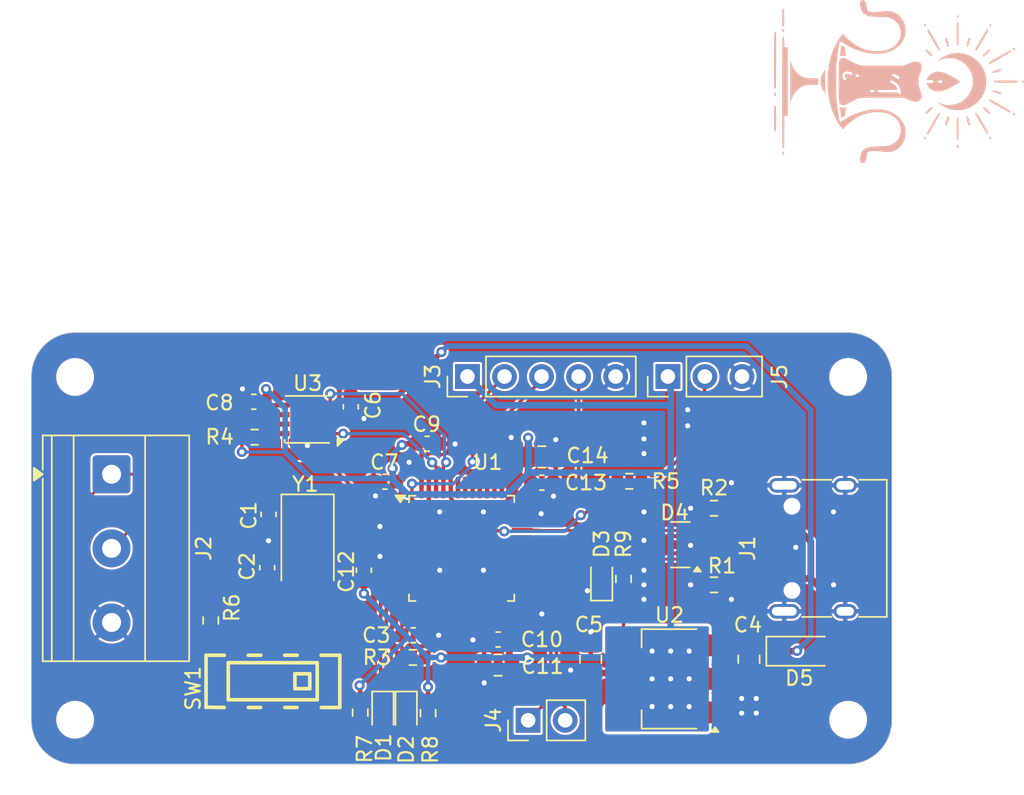
<source format=kicad_pcb>
(kicad_pcb (version 20241229) (generator "pcbnew") (generator_version "9.0")
  (title_block (title "candleLight") (date "2025-10-05") (rev "V2"))
  (layers (0 "F.Cu" signal) (2 "B.Cu" signal) (13 "F.Paste" user) (15 "B.Paste" user) (5 "F.SilkS" user "F.Silkscreen") (7 "B.SilkS" user "B.Silkscreen") (1 "F.Mask" user) (3 "B.Mask" user) (25 "Edge.Cuts" user))
  (net 0 "")
  (net 1 "GND")
  (net 2 "Net-(U1-PF0)")
  (net 3 "Net-(U1-PF1)")
  (net 4 "+3V3")
  (net 5 "+5V")
  (net 6 "Net-(D1-A)")
  (net 7 "Net-(D2-A)")
  (net 8 "Net-(D3-A)")
  (net 9 "BO0")
  (net 10 "Net-(R6-Pad1)")
  (net 28 "Net-(J1-CC1)")
  (net 30 "USB_DP")
  (net 31 "USB_DN")
  (net 33 "Net-(J1-CC2)")
  (net 34 "NRST")
  (net 35 "SWCLK")
  (net 36 "SWDIO")
  (net 37 "CAN_DP")
  (net 38 "CAN_DN")
  (net 39 "CAN_RX")
  (net 40 "CAN_TX")
  (net 41 "LED1")
  (net 42 "LED2")
  (net 43 "CAN_S")
  (net 54 "USART1_RX")
  (net 55 "USART1_TX")
  (net 57 "VBUS")
  (net 58 "Net-(U1-BOOT0)")
  (footprint "Capacitor_SMD:C_0805_2012Metric" (layer "F.Cu") (at 146 83.5 180)
    (property "Reference" "C11")
    (property "Value" "10uF")
  )
  (footprint "MountingHole:MountingHole_2.1mm" (layer "F.Cu") (at 170 87.25)
    (property "Reference" "H3" (hide yes))
    (property "Value" "MountingHole")
  )
  (footprint "Capacitor_SMD:C_0603_1608Metric" (layer "F.Cu") (at 146.005 81.75 180)
    (property "Reference" "C10")
    (property "Value" "100nF")
  )
  (footprint "Capacitor_SMD:C_0603_1608Metric" (layer "F.Cu") (at 149.005 71)
    (property "Reference" "C13")
    (property "Value" "100nF")
  )
  (footprint "MountingHole:MountingHole_2.1mm" (layer "F.Cu") (at 117 87.25)
    (property "Reference" "H4" (hide yes))
    (property "Value" "MountingHole")
  )
  (footprint "Resistor_SMD:R_0603_1608Metric" (layer "F.Cu") (at 141.2 86.8 90)
    (property "Reference" "R8")
    (property "Value" "1K")
  )
  (footprint "Capacitor_SMD:C_0805_2012Metric" (layer "F.Cu") (at 149 69.23)
    (property "Reference" "C14")
    (property "Value" "10uF")
  )
  (footprint "Resistor_SMD:R_0603_1608Metric" (layer "F.Cu") (at 129.31 67.88)
    (property "Reference" "R4")
    (property "Value" "10K")
  )
  (footprint "stm32world:USB_C_Receptacle_HRO_TYPE-C-31-M-12" (layer "F.Cu") (at 168.75 75.5 90)
    (property "Reference" "J1")
    (property "Value" "USB_C_Receptacle_USB2.0")
  )
  (footprint "Package_TO_SOT_SMD:SOT-223-3_TabPin2" (layer "F.Cu") (at 157.75 84.45 180)
    (property "Reference" "U2")
    (property "Value" "AMS1117-3.3")
  )
  (footprint "MountingHole:MountingHole_2.1mm" (layer "F.Cu") (at 170 63.75)
    (property "Reference" "H2" (hide yes))
    (property "Value" "MountingHole")
  )
  (footprint "Capacitor_SMD:C_0603_1608Metric" (layer "F.Cu") (at 136.8 77 90)
    (property "Reference" "C12")
    (property "Value" "100nF")
  )
  (footprint "Capacitor_SMD:C_0603_1608Metric" (layer "F.Cu") (at 130.17 76.825 -90)
    (property "Reference" "C2")
    (property "Value" "20pF")
  )
  (footprint "Capacitor_SMD:C_0603_1608Metric" (layer "F.Cu") (at 141.14 68.33)
    (property "Reference" "C9")
    (property "Value" "100nF")
  )
  (footprint "Resistor_SMD:R_0603_1608Metric" (layer "F.Cu") (at 154.6 77.6 -90)
    (property "Reference" "R9")
    (property "Value" "1K")
  )
  (footprint "Resistor_SMD:R_0603_1608Metric" (layer "F.Cu") (at 136.55 86.7625 90)
    (property "Reference" "R7")
    (property "Value" "1K")
  )
  (footprint "Capacitor_SMD:C_0805_2012Metric" (layer "F.Cu") (at 152.35 83.1 90)
    (property "Reference" "C5")
    (property "Value" "C_10UF_0805")
  )
  (footprint "woldhack:SW-SMD_MST22D18G2" (layer "F.Cu") (at 130.55 84.61 180)
    (property "Reference" "SW1")
    (property "Value" "MST22D18G2 125")
  )
  (footprint "Capacitor_SMD:C_0603_1608Metric" (layer "F.Cu") (at 135.9 65.8 -90)
    (property "Reference" "C6")
    (property "Value" "100nF")
  )
  (footprint "Package_QFP:LQFP-48_7x7mm_P0.5mm" (layer "F.Cu") (at 143.5 75.5)
    (property "Reference" "U1")
    (property "Value" "STM32F072C8Tx")
  )
  (footprint "TerminalBlock_Phoenix:TerminalBlock_Phoenix_MKDS-1,5-3-5.08_1x03_P5.08mm_Horizontal" (layer "F.Cu") (at 119.5 70.42 -90)
    (property "Reference" "J2")
    (property "Value" "Conn_Phoenix")
  )
  (footprint "Resistor_SMD:R_0603_1608Metric" (layer "F.Cu") (at 160.8 72.75 180)
    (property "Reference" "R2")
    (property "Value" "5k1")
  )
  (footprint "Package_TO_SOT_SMD:SOT-23" (layer "F.Cu") (at 158.5 75.25 180)
    (property "Reference" "D4")
    (property "Value" "PSM712")
  )
  (footprint "Capacitor_SMD:C_0603_1608Metric" (layer "F.Cu") (at 130.265 73.175 90)
    (property "Reference" "C1")
    (property "Value" "20pF")
  )
  (footprint "Capacitor_SMD:C_0603_1608Metric" (layer "F.Cu") (at 140.18 81.46)
    (property "Reference" "C3")
    (property "Value" "100nF")
  )
  (footprint "Capacitor_SMD:C_0603_1608Metric" (layer "F.Cu") (at 129.25 65.45 180)
    (property "Reference" "C8")
    (property "Value" "100nF")
  )
  (footprint "Connector_PinHeader_2.54mm:PinHeader_1x02_P2.54mm_Vertical" (layer "F.Cu") (at 148.06 87.29 90)
    (property "Reference" "J4")
    (property "Value" "Conn_USART1")
  )
  (footprint "Connector_PinHeader_2.54mm:PinHeader_1x03_P2.54mm_Vertical" (layer "F.Cu") (at 157.64 63.72 90)
    (property "Reference" "J5")
    (property "Value" "Conn_BOOT0")
  )
  (footprint "LED_SMD:LED_0603_1608Metric" (layer "F.Cu") (at 153.1 77.6 90)
    (property "Reference" "D3")
    (property "Value" "LED")
  )
  (footprint "Resistor_SMD:R_0603_1608Metric" (layer "F.Cu") (at 140.16 82.98 180)
    (property "Reference" "R3")
    (property "Value" "10K")
  )
  (footprint "Diode_SMD:D_SOD-123" (layer "F.Cu") (at 166.75 82.55)
    (property "Reference" "D5")
    (property "Value" "~")
  )
  (footprint "Resistor_SMD:R_0603_1608Metric" (layer "F.Cu") (at 126.3 80.45 90)
    (property "Reference" "R6")
    (property "Value" "120")
  )
  (footprint "Connector_PinHeader_2.54mm:PinHeader_1x05_P2.54mm_Vertical" (layer "F.Cu") (at 143.9 63.72 90)
    (property "Reference" "J3")
    (property "Value" "Conn_SWD")
  )
  (footprint "MountingHole:MountingHole_2.1mm" (layer "F.Cu") (at 117 63.75)
    (property "Reference" "H1" (hide yes))
    (property "Value" "MountingHole")
  )
  (footprint "LED_SMD:LED_0603_1608Metric" (layer "F.Cu") (at 138.1 86.8 -90)
    (property "Reference" "D1")
    (property "Value" "LED")
  )
  (footprint "Resistor_SMD:R_0603_1608Metric" (layer "F.Cu") (at 160.8 78)
    (property "Reference" "R1")
    (property "Value" "5k1")
  )
  (footprint "Resistor_SMD:R_0603_1608Metric" (layer "F.Cu") (at 155 70.9 180)
    (property "Reference" "R5")
    (property "Value" "10K")
  )
  (footprint "Package_DFN_QFN:DFN-8-1EP_3x3mm_P0.65mm_EP1.55x2.4mm" (layer "F.Cu") (at 132.9275 66.66 180)
    (property "Reference" "U3")
    (property "Value" "TJA1051TK-3")
  )
  (footprint "Capacitor_SMD:C_0805_2012Metric" (layer "F.Cu") (at 163.2 83.1 -90)
    (property "Reference" "C4")
    (property "Value" "C_10UF_0805")
  )
  (footprint "Crystal:Crystal_SMD_Abracon_ABM3-2Pin_5.0x3.2mm" (layer "F.Cu") (at 132.94 75 -90)
    (property "Reference" "Y1")
    (property "Value" "8MHz")
  )
  (footprint "LED_SMD:LED_0603_1608Metric" (layer "F.Cu") (at 139.7 86.8 -90)
    (property "Reference" "D2")
    (property "Value" "LED")
  )
  (footprint "Capacitor_SMD:C_0603_1608Metric" (layer "F.Cu") (at 138.24 70.93 180)
    (property "Reference" "C7")
    (property "Value" "100nF")
  )
  (footprint "LOGO" (layer "B.Cu") (at 173.5 43.5 90)
    (property "Reference" "G***" (hide yes))
    (property "Value" "LOGO" (hide yes))
  )
  (gr_arc (start 170 60.7) (mid 172.12132 61.57868) (end 173 63.7) (stroke (width 0.05)) (layer "Edge.Cuts"))
  (gr_arc (start 114 63.7) (mid 114.87868 61.57868) (end 117 60.7) (stroke (width 0.05)) (layer "Edge.Cuts"))
  (gr_line (start 117 90.3) (end 170 90.3) (stroke (width 0.05)) (layer "Edge.Cuts"))
  (gr_line (start 114 87.3) (end 114 63.7) (stroke (width 0.05)) (layer "Edge.Cuts"))
  (gr_line (start 173 87.3) (end 173 63.7) (stroke (width 0.05)) (layer "Edge.Cuts"))
  (gr_line (start 117 60.7) (end 170 60.7) (stroke (width 0.05)) (layer "Edge.Cuts"))
  (gr_arc (start 173 87.3) (mid 172.12132 89.42132) (end 170 90.3) (stroke (width 0.05)) (layer "Edge.Cuts"))
  (gr_arc (start 117 90.3) (mid 114.87868 89.42132) (end 114 87.3) (stroke (width 0.05)) (layer "Edge.Cuts"))
  (segment (start 135.1073 66.985) (end 135.5173 66.575) (width 0.3048) (layer "F.Cu") (net 1))
  (segment (start 134.4775 66.985) (end 134.5083 66.9542) (width 0.3048) (layer "F.Cu") (net 1))
  (segment (start 138.1 76.25) (end 137.9 76.05) (width 0.3048) (layer "F.Cu") (net 1))
  (segment (start 134.4775 66.985) (end 135.1073 66.985) (width 0.3048) (layer "F.Cu") (net 1))
  (segment (start 148.825 73.25) (end 148.95 73.125) (width 0.3048) (layer "F.Cu") (net 1))
  (segment (start 133.2525 66.985) (end 132.9275 66.66) (width 0.3048) (layer "F.Cu") (net 1))
  (segment (start 147.6625 73.25) (end 148.825 73.25) (width 0.3048) (layer "F.Cu") (net 1))
  (segment (start 139.3375 76.25) (end 138.1 76.25) (width 0.3048) (layer "F.Cu") (net 1))
  (segment (start 135.5173 66.575) (end 135.9 66.575) (width 0.3048) (layer "F.Cu") (net 1))
  (segment (start 134.4775 66.985) (end 133.2525 66.985) (width 0.3048) (layer "F.Cu") (net 1))
  (via (at 169 78) (size 0.7) (drill 0.35) (layers "F.Cu" "B.Cu") (net 1))
  (via (at 159.2 72.75) (size 0.7) (drill 0.35) (layers "F.Cu" "B.Cu") (net 1))
  (via (at 152.35 81.225) (size 0.7) (drill 0.35) (layers "F.Cu" "B.Cu") (net 1))
  (via (at 156 73) (size 0.7) (drill 0.35) (layers "F.Cu" "B.Cu") (net 1))
  (via (at 156 74.95) (size 0.7) (drill 0.35) (layers "F.Cu" "B.Cu") (net 1))
  (via (at 163.7 85.8) (size 0.7) (drill 0.35) (layers "F.Cu" "B.Cu") (net 1))
  (via (at 162.7 85.8) (size 0.7) (drill 0.35) (layers "F.Cu" "B.Cu") (net 1))
  (via (at 162 79) (size 0.7) (drill 0.35) (layers "F.Cu" "B.Cu") (net 1))
  (via (at 139.9 69.6) (size 0.7) (drill 0.35) (layers "F.Cu" "B.Cu") (net 1))
  (via (at 156 78) (size 0.7) (drill 0.35) (layers "F.Cu" "B.Cu") (net 1))
  (via (at 137.6 71.9) (size 0.7) (drill 0.35) (layers "F.Cu" "B.Cu") (net 1))
  (via (at 156 79) (size 0.7) (drill 0.35) (layers "F.Cu" "B.Cu") (net 1))
  (via (at 145 77) (size 0.7) (drill 0.35) (layers "F.Cu" "B.Cu") (net 1))
  (via (at 141.925 81.46) (size 0.7) (drill 0.35) (layers "F.Cu" "B.Cu") (net 1))
  (via (at 132.925 68.45) (size 0.7) (drill 0.35) (layers "F.Cu" "B.Cu") (net 1))
  (via (at 159 67.1) (size 0.7) (drill 0.35) (layers "F.Cu" "B.Cu") (net 1))
  (via (at 137.9 76.05) (size 0.7) (drill 0.35) (layers "F.Cu" "B.Cu") (net 1))
  (via (at 152.125 78.4) (size 0.7) (drill 0.35) (layers "F.Cu" "B.Cu") (net 1))
  (via (at 144.275 81.775) (size 0.7) (drill 0.35) (layers "F.Cu" "B.Cu") (net 1))
  (via (at 142 77) (size 0.7) (drill 0.35) (layers "F.Cu" "B.Cu") (net 1))
  (via (at 156 66.9) (size 0.7) (drill 0.35) (layers "F.Cu" "B.Cu") (net 1))
  (via (at 146.9 67.9) (size 0.7) (drill 0.35) (layers "F.Cu" "B.Cu") (net 1))
  (via (at 128.48 64.57) (size 0.7) (drill 0.35) (layers "F.Cu" "B.Cu") (net 1))
  (via (at 143.05 68.35) (size 0.7) (drill 0.35) (layers "F.Cu" "B.Cu") (net 1))
  (via (at 130.265 74.975) (size 0.7) (drill 0.35) (layers "F.Cu" "B.Cu") (net 1))
  (via (at 149 80) (size 0.7) (drill 0.35) (layers "F.Cu" "B.Cu") (net 1))
  (via (at 162.7 86.8) (size 0.7) (drill 0.35) (layers "F.Cu" "B.Cu") (net 1))
  (via (at 162 71) (size 0.7) (drill 0.35) (layers "F.Cu" "B.Cu") (net 1))
  (via (at 136.8 66.6) (size 0.7) (drill 0.35) (layers "F.Cu" "B.Cu") (net 1))
  (via (at 169 73) (size 0.7) (drill 0.35) (layers "F.Cu" "B.Cu") (net 1))
  (via (at 156 77) (size 0.7) (drill 0.35) (layers "F.Cu" "B.Cu") (net 1))
  (via (at 149.95 68.05) (size 0.7) (drill 0.35) (layers "F.Cu" "B.Cu") (net 1))
  (via (at 163.7 86.8) (size 0.7) (drill 0.35) (layers "F.Cu" "B.Cu") (net 1))
  (via (at 166.41 75.43) (size 0.7) (drill 0.35) (layers "F.Cu" "B.Cu") (net 1))
  (via (at 159 66) (size 0.7) (drill 0.35) (layers "F.Cu" "B.Cu") (net 1))
  (via (at 145.05 84.725) (size 0.7) (drill 0.35) (layers "F.Cu" "B.Cu") (net 1))
  (via (at 150.975 83.85) (size 0.7) (drill 0.35) (layers "F.Cu" "B.Cu") (net 1))
  (via (at 149.8 71.925) (size 0.7) (drill 0.35) (layers "F.Cu" "B.Cu") (net 1))
  (via (at 142 73) (size 0.7) (drill 0.35) (layers "F.Cu" "B.Cu") (net 1))
  (via (at 156 68) (size 0.7) (drill 0.35) (layers "F.Cu" "B.Cu") (net 1))
  (via (at 145 73) (size 0.7) (drill 0.35) (layers "F.Cu" "B.Cu") (net 1))
  (via (at 159.2 75.3) (size 0.7) (drill 0.35) (layers "F.Cu" "B.Cu") (net 1))
  (via (at 148.95 73.125) (size 0.7) (drill 0.35) (layers "F.Cu" "B.Cu") (net 1))
  (via (at 137.9 74) (size 0.7) (drill 0.35) (layers "F.Cu" "B.Cu") (net 1))
  (via (at 159.2 78) (size 0.7) (drill 0.35) (layers "F.Cu" "B.Cu") (net 1))
  (via (at 156 69) (size 0.7) (drill 0.35) (layers "F.Cu" "B.Cu") (net 1))
  (segment (start 133.7 72.95) (end 133.15 72.4) (width 0.2286) (layer "F.Cu") (net 2))
  (segment (start 134.55 74.75) (end 133.7 73.9) (width 0.2286) (layer "F.Cu") (net 2))
  (segment (start 133.7 73.9) (end 133.7 72.95) (width 0.2286) (layer "F.Cu") (net 2))
  (segment (start 139.3375 74.75) (end 134.55 74.75) (width 0.2286) (layer "F.Cu") (net 2))
  (segment (start 133.15 72.4) (end 130.265 72.4) (width 0.2286) (layer "F.Cu") (net 2))
  (segment (start 139.3375 75.25) (end 134.55 75.25) (width 0.2286) (layer "F.Cu") (net 3))
  (segment (start 133.7 77.05) (end 133.15 77.6) (width 0.2286) (layer "F.Cu") (net 3))
  (segment (start 134.55 75.25) (end 133.7 76.1) (width 0.2286) (layer "F.Cu") (net 3))
  (segment (start 133.7 76.1) (end 133.7 77.05) (width 0.2286) (layer "F.Cu") (net 3))
  (segment (start 133.15 77.6) (end 130.17 77.6) (width 0.2286) (layer "F.Cu") (net 3))
  (segment (start 152.35 84.05) (end 154.200001 84.05) (width 0.4572) (layer "F.Cu") (net 4))
  (segment (start 136.8 77.975) (end 136.6 77.775) (width 0.381) (layer "F.Cu") (net 4))
  (segment (start 148.05 70.825) (end 148.225 71) (width 0.4572) (layer "F.Cu") (net 4))
  (segment (start 148.05 67.93) (end 148.06 67.92) (width 0.4572) (layer "F.Cu") (net 4))
  (segment (start 140.36 68.41) (end 140.365 68.405) (width 0.3048) (layer "F.Cu") (net 4))
  (segment (start 136.925 77.775) (end 137.95 76.75) (width 0.3048) (layer "F.Cu") (net 4))
  (segment (start 146.775 83.325) (end 146.775 81.75) (width 0.4572) (layer "F.Cu") (net 4))
  (segment (start 139.3375 71.0625) (end 139.3375 72.75) (width 0.3048) (layer "F.Cu") (net 4))
  (segment (start 146.96 83.51) (end 146.775 83.325) (width 0.4572) (layer "F.Cu") (net 4))
  (segment (start 140.985 82.98) (end 142.09 82.98) (width 0.3048) (layer "F.Cu") (net 4))
  (segment (start 139.49 68.33) (end 139.408927 68.411073) (width 0.3048) (layer "F.Cu") (net 4))
  (segment (start 130.025 65.45) (end 130.265 65.69) (width 0.3048) (layer "F.Cu") (net 4))
  (segment (start 140.36 68.43) (end 140.36 68.41) (width 0.3048) (layer "F.Cu") (net 4))
  (segment (start 147.6625 71.5625) (end 148.225 71) (width 0.3048) (layer "F.Cu") (net 4))
  (segment (start 136.55 85.9375) (end 136.55 84.95) (width 0.3048) (layer "F.Cu") (net 4))
  (segment (start 136.55 84.95) (end 136.5 84.9) (width 0.3048) (layer "F.Cu") (net 4))
  (segment (start 130.09 64.58) (end 130.09 65.385) (width 0.4572) (layer "F.Cu") (net 4))
  (segment (start 140.75 68.82) (end 140.36 68.43) (width 0.3048) (layer "F.Cu") (net 4))
  (segment (start 131.3725 65.69) (end 131.3775 65.685) (width 0.3048) (layer "F.Cu") (net 4))
  (segment (start 160.899999 84.45) (end 159.105 84.45) (width 0.4572) (layer "F.Cu") (net 4))
  (segment (start 154.6 78.425) (end 154.600001 84.45) (width 0.2286) (layer "F.Cu") (net 4))
  (segment (start 130.265 65.69) (end 131.3725 65.69) (width 0.3048) (layer "F.Cu") (net 4))
  (segment (start 148.05 69.23) (end 148.05 70.825) (width 0.4572) (layer "F.Cu") (net 4))
  (segment (start 147.6625 72.75) (end 147.6625 71.5625) (width 0.3048) (layer "F.Cu") (net 4))
  (segment (start 130.09 65.385) (end 130.025 65.45) (width 0.4572) (layer "F.Cu") (net 4))
  (segment (start 137.95 76.75) (end 139.3375 76.75) (width 0.3048) (layer "F.Cu") (net 4))
  (segment (start 138.775 70.5) (end 139.3375 71.0625) (width 0.3048) (layer "F.Cu") (net 4))
  (segment (start 140.75 71.3375) (end 140.75 68.82) (width 0.3048) (layer "F.Cu") (net 4))
  (segment (start 140.34 68.305) (end 140.365 68.33) (width 0.4572) (layer "F.Cu") (net 4))
  (segment (start 146.96 82.98) (end 146.96 83.51) (width 0.4572) (layer "F.Cu") (net 4))
  (segment (start 156.56 82.54) (end 156.575 82.525) (width 0.2286) (layer "F.Cu") (net 4))
  (segment (start 141.2 85.975) (end 141.2 85) (width 0.3048) (layer "F.Cu") (net 4))
  (segment (start 148 82.98) (end 146.96 82.98) (width 0.4572) (layer "F.Cu") (net 4))
  (segment (start 128.435 68.05) (end 128.475 68.01) (width 0.4572) (layer "F.Cu") (net 4))
  (segment (start 146.25 79.6625) (end 146.25 81.225) (width 0.3048) (layer "F.Cu") (net 4))
  (segment (start 140.365 68.405) (end 140.365 68.33) (width 0.3048) (layer "F.Cu") (net 4))
  (segment (start 138.775 70.025) (end 138.775 70.5) (width 0.3048) (layer "F.Cu") (net 4))
  (segment (start 136.8 78.6) (end 136.8 77.975) (width 0.381) (layer "F.Cu") (net 4))
  (segment (start 148.05 69.23) (end 148.05 67.93) (width 0.4572) (layer "F.Cu") (net 4))
  (segment (start 140.365 68.33) (end 139.49 68.33) (width 0.381) (layer "F.Cu") (net 4))
  (segment (start 138.77 70.02) (end 138.775 70.025) (width 0.3048) (layer "F.Cu") (net 4))
  (segment (start 128.435 68.89) (end 128.435 68.05) (width 0.2286) (layer "F.Cu") (net 4))
  (segment (start 146.25 81.225) (end 146.775 81.75) (width 0.3048) (layer "F.Cu") (net 4))
  (segment (start 159.105 84.45) (end 159.1 84.445) (width 0.4572) (layer "F.Cu") (net 4))
  (segment (start 154.200001 84.05) (end 154.600001 84.45) (width 0.4572) (layer "F.Cu") (net 4))
  (via (at 141.2 85) (size 0.7) (drill 0.35) (layers "F.Cu" "B.Cu") (net 4))
  (via (at 157.83 82.54) (size 0.7) (drill 0.35) (layers "F.Cu" "B.Cu") (net 4))
  (via (at 159.1 82.54) (size 0.7) (drill 0.35) (layers "F.Cu" "B.Cu") (net 4))
  (via (at 148 82.98) (size 0.7) (drill 0.35) (layers "F.Cu" "B.Cu") (net 4))
  (via (at 156.56 82.54) (size 0.7) (drill 0.35) (layers "F.Cu" "B.Cu") (net 4))
  (via (at 139.408927 68.411073) (size 0.7) (drill 0.35) (layers "F.Cu" "B.Cu") (net 4))
  (via (at 128.435 68.89) (size 0.7) (drill 0.35) (layers "F.Cu" "B.Cu") (net 4))
  (via (at 159.1 84.445) (size 0.7) (drill 0.35) (layers "F.Cu" "B.Cu") (net 4))
  (via (at 138.77 70.02) (size 0.7) (drill 0.35) (layers "F.Cu" "B.Cu") (net 4))
  (via (at 142.09 82.98) (size 0.7) (drill 0.35) (layers "F.Cu" "B.Cu") (net 4))
  (via (at 157.83 86.35) (size 0.7) (drill 0.35) (layers "F.Cu" "B.Cu") (net 4))
  (via (at 157.83 84.445) (size 0.7) (drill 0.35) (layers "F.Cu" "B.Cu") (net 4))
  (via (at 130.09 64.58) (size 0.7) (drill 0.35) (layers "F.Cu" "B.Cu") (net 4))
  (via (at 159.1 86.35) (size 0.7) (drill 0.35) (layers "F.Cu" "B.Cu") (net 4))
  (via (at 136.5 84.9) (size 0.7) (drill 0.35) (layers "F.Cu" "B.Cu") (net 4))
  (via (at 148.06 67.92) (size 0.7) (drill 0.35) (layers "F.Cu" "B.Cu") (net 4))
  (via (at 156.56 84.445) (size 0.7) (drill 0.35) (layers "F.Cu" "B.Cu") (net 4))
  (via (at 156.56 86.35) (size 0.7) (drill 0.35) (layers "F.Cu" "B.Cu") (net 4))
  (via (at 136.8 78.6) (size 0.7) (drill 0.35) (layers "F.Cu" "B.Cu") (net 4))
  (segment (start 148.06 67.92) (end 148.1 67.96) (width 0.4572) (layer "B.Cu") (net 4))
  (segment (start 155.64 65.69) (end 145.87 65.69) (width 0.4572) (layer "B.Cu") (net 4))
  (segment (start 138.77 69.05) (end 139.408927 68.411073) (width 0.381) (layer "B.Cu") (net 4))
  (segment (start 148 82.98) (end 156.12 82.98) (width 0.4572) (layer "B.Cu") (net 4))
  (segment (start 128.435 68.89) (end 128.438835 68.893835) (width 0.2286) (layer "B.Cu") (net 4))
  (segment (start 157.83 70.3) (end 157.83 82.54) (width 0.4572) (layer "B.Cu") (net 4))
  (segment (start 148.06 67.92) (end 148.06 67.86) (width 0.4572) (layer "B.Cu") (net 4))
  (segment (start 139.6 81.4) (end 136.8 78.6) (width 0.381) (layer "B.Cu") (net 4))
  (segment (start 131.4 68.9) (end 133.21 70.71) (width 0.381) (layer "B.Cu") (net 4))
  (segment (start 141.18 82.98) (end 139.6 81.4) (width 0.381) (layer "B.Cu") (net 4))
  (segment (start 141.2 82.98) (end 141.18 82.98) (width 0.381) (layer "B.Cu") (net 4))
  (segment (start 156.12 82.98) (end 156.56 82.54) (width 0.4572) (layer "B.Cu") (net 4))
  (segment (start 131.4 65.89) (end 131.4 68.9) (width 0.381) (layer "B.Cu") (net 4))
  (segment (start 148.1 70.31) (end 146.608 71.802) (width 0.4572) (layer "B.Cu") (net 4))
  (segment (start 128.438835 68.893835) (end 131.393835 68.893835) (width 0.2286) (layer "B.Cu") (net 4))
  (segment (start 146.608 71.802) (end 139.791995 71.802) (width 0.4572) (layer "B.Cu") (net 4))
  (segment (start 142.09 82.98) (end 148 82.98) (width 0.4572) (layer "B.Cu") (net 4))
  (segment (start 139.791995 71.802) (end 139.3632 71.373205) (width 0.4572) (layer "B.Cu") (net 4))
  (segment (start 141.2 85) (end 141.2 82.98) (width 0.3048) (layer "B.Cu") (net 4))
  (segment (start 155.64 65.69) (end 157.83 65.69) (width 0.4572) (layer "B.Cu") (net 4))
  (segment (start 157.83 65.69) (end 157.83 70.3) (width 0.4572) (layer "B.Cu") (net 4))
  (segment (start 157.830962 65.689038) (end 157.830962 64.130962) (width 0.4572) (layer "B.Cu") (net 4))
  (segment (start 145.87 65.69) (end 143.9 63.72) (width 0.4572) (layer "B.Cu") (net 4))
  (segment (start 138.77 70.77) (end 138.77 70.02) (width 0.4572) (layer "B.Cu") (net 4))
  (segment (start 133.21 70.71) (end 138.53 70.71) (width 0.381) (layer "B.Cu") (net 4))
  (segment (start 130.09 64.58) (end 130.09 64.6) (width 0.4572) (layer "B.Cu") (net 4))
  (segment (start 130.09 64.58) (end 131.4 65.89) (width 0.381) (layer "B.Cu") (net 4))
  (segment (start 148.1 70.31) (end 157.82 70.31) (width 0.4572) (layer "B.Cu") (net 4))
  (segment (start 157.82 70.31) (end 157.83 70.3) (width 0.4572) (layer "B.Cu") (net 4))
  (segment (start 142.09 82.98) (end 141.2 82.98) (width 0.381) (layer "B.Cu") (net 4))
  (segment (start 143.92 63.72) (end 143.9 63.72) (width 0.4572) (layer "B.Cu") (net 4))
  (segment (start 139.3632 71.3632) (end 138.77 70.77) (width 0.4572) (layer "B.Cu") (net 4))
  (segment (start 139.8 81.6) (end 139.6 81.4) (width 0.381) (layer "B.Cu") (net 4))
  (segment (start 148.1 67.96) (end 148.1 70.31) (width 0.4572) (layer "B.Cu") (net 4))
  (segment (start 157.83 65.69) (end 157.830962 65.689038) (width 0.4572) (layer "B.Cu") (net 4))
  (segment (start 138.77 70.02) (end 138.77 69.05) (width 0.381) (layer "B.Cu") (net 4))
  (segment (start 136.5 84.9) (end 139.8 81.6) (width 0.3048) (layer "B.Cu") (net 4))
  (segment (start 139.3632 71.373205) (end 139.3632 71.3632) (width 0.4572) (layer "B.Cu") (net 4))
  (segment (start 164.95 82.4) (end 165.1 82.55) (width 0.4572) (layer "F.Cu") (net 5))
  (segment (start 135.9 65.2) (end 135.9 65.025) (width 0.3048) (layer "F.Cu") (net 5))
  (segment (start 163.5 82.15) (end 163.75 82.4) (width 0.4572) (layer "F.Cu") (net 5))
  (segment (start 163.200001 82.15) (end 163.5 82.15) (width 0.4572) (layer "F.Cu") (net 5))
  (segment (start 135.925 65) (end 135.9 65.025) (width 0.381) (layer "F.Cu") (net 5))
  (segment (start 166.475 82.55) (end 166.5 82.525) (width 0.4572) (layer "F.Cu") (net 5))
  (segment (start 139.155 65) (end 135.925 65) (width 0.381) (layer "F.Cu") (net 5))
  (segment (start 163.75 82.4) (end 164.95 82.4) (width 0.4572) (layer "F.Cu") (net 5))
  (segment (start 134.4775 66.335) (end 134.765 66.335) (width 0.3048) (layer "F.Cu") (net 5))
  (segment (start 134.765 66.335) (end 135.9 65.2) (width 0.3048) (layer "F.Cu") (net 5))
  (segment (start 142.115 62.04) (end 139.155 65) (width 0.381) (layer "F.Cu") (net 5))
  (segment (start 165.1 82.55) (end 166.475 82.55) (width 0.4572) (layer "F.Cu") (net 5))
  (segment (start 163.2 82.150001) (end 163.200001 82.15) (width 0.4572) (layer "F.Cu") (net 5))
  (segment (start 160.9 82.15) (end 163.2 82.150001) (width 0.4572) (layer "F.Cu") (net 5))
  (via (at 142.115 62.04) (size 0.7) (drill 0.35) (layers "F.Cu" "B.Cu") (net 5))
  (via (at 166.5 82.525) (size 0.7) (drill 0.35) (layers "F.Cu" "B.Cu") (net 5))
  (segment (start 142.115 62.04) (end 142.525 61.63) (width 0.381) (layer "B.Cu") (net 5))
  (segment (start 163.03 61.63) (end 167.44 66.04) (width 0.381) (layer "B.Cu") (net 5))
  (segment (start 142.525 61.63) (end 163.03 61.63) (width 0.381) (layer "B.Cu") (net 5))
  (segment (start 167.44 66.04) (end 167.44 81.585) (width 0.381) (layer "B.Cu") (net 5))
  (segment (start 167.44 81.585) (end 166.5 82.525) (width 0.381) (layer "B.Cu") (net 5))
  (segment (start 136.55 87.5875) (end 138.1 87.5875) (width 0.2286) (layer "F.Cu") (net 6))
  (segment (start 141.162501 87.587501) (end 141.2 87.625) (width 0.2286) (layer "F.Cu") (net 7))
  (segment (start 139.7 87.587501) (end 141.162501 87.587501) (width 0.2286) (layer "F.Cu") (net 7))
  (segment (start 154.6 76.775) (end 153.137499 76.775) (width 0.2286) (layer "F.Cu") (net 8))
  (segment (start 153.137499 76.775) (end 153.1 76.812499) (width 0.2286) (layer "F.Cu") (net 8))
  (segment (start 160.150001 63.7) (end 160.15 63.700001) (width 0.3048) (layer "F.Cu") (net 9))
  (segment (start 156.875 70.9) (end 160.15 67.625) (width 0.2286) (layer "F.Cu") (net 9))
  (segment (start 160.15 67.625) (end 160.15 63.700001) (width 0.2286) (layer "F.Cu") (net 9))
  (segment (start 155.825 70.9) (end 156.875 70.9) (width 0.2286) (layer "F.Cu") (net 9))
  (segment (start 126.3 81.275) (end 127.625 81.275) (width 0.2) (layer "F.Cu") (net 10))
  (segment (start 127.625 81.275) (end 128.05 81.7) (width 0.2286) (layer "F.Cu") (net 10))
  (segment (start 162.4 78) (end 163.65 76.75) (width 0.2286) (layer "F.Cu") (net 28))
  (segment (start 161.625 78) (end 162.4 78) (width 0.2286) (layer "F.Cu") (net 28))
  (segment (start 163.65 76.75) (end 164.705 76.75) (width 0.2286) (layer "F.Cu") (net 28))
  (segment (start 164.73 74.775) (end 164.8 74.775) (width 0.2) (layer "F.Cu") (net 30))
  (segment (start 163.78 75.75) (end 163.7266 75.6966) (width 0.2) (layer "F.Cu") (net 30))
  (segment (start 163.7266 75.6966) (end 163.7266 74.8466) (width 0.2) (layer "F.Cu") (net 30))
  (segment (start 163.7266 74.8466) (end 163.8232 74.75) (width 0.2) (layer "F.Cu") (net 30))
  (segment (start 164.705 75.75) (end 164.6943 75.7607) (width 0.2) (layer "F.Cu") (net 30))
  (segment (start 160.8143 74.275) (end 148.793751 74.275) (width 0.2) (layer "F.Cu") (net 30))
  (segment (start 162.3 75.7607) (end 160.8143 74.275) (width 0.2) (layer "F.Cu") (net 30))
  (segment (start 148.768751 74.25) (end 147.6625 74.25) (width 0.2) (layer "F.Cu") (net 30))
  (segment (start 164.705 74.75) (end 164.73 74.775) (width 0.2) (layer "F.Cu") (net 30))
  (segment (start 164.68 75.775) (end 164.705 75.75) (width 0.2) (layer "F.Cu") (net 30))
  (segment (start 164.705 75.75) (end 163.78 75.75) (width 0.2) (layer "F.Cu") (net 30))
  (segment (start 148.793751 74.275) (end 148.768751 74.25) (width 0.2) (layer "F.Cu") (net 30))
  (segment (start 164.6943 75.7607) (end 162.3 75.7607) (width 0.2) (layer "F.Cu") (net 30))
  (segment (start 163.8232 74.75) (end 164.705 74.75) (width 0.2) (layer "F.Cu") (net 30))
  (segment (start 165.6977 76.2109) (end 165.6977 75.2891) (width 0.2) (layer "F.Cu") (net 31))
  (segment (start 165.6586 76.25) (end 165.6977 76.2109) (width 0.2) (layer "F.Cu") (net 31))
  (segment (start 154.606802 74.725) (end 148.793751 74.725) (width 0.2) (layer "F.Cu") (net 31))
  (segment (start 165.6586 75.25) (end 164.705 75.25) (width 0.2) (layer "F.Cu") (net 31))
  (segment (start 148.768751 74.75) (end 147.6625 74.75) (width 0.2) (layer "F.Cu") (net 31))
  (segment (start 164.705 76.25) (end 164.6943 76.2393) (width 0.2) (layer "F.Cu") (net 31))
  (segment (start 165.6977 75.2891) (end 165.6586 75.25) (width 0.2) (layer "F.Cu") (net 31))
  (segment (start 164.705 75.25) (end 164.73 75.225) (width 0.2) (layer "F.Cu") (net 31))
  (segment (start 164.73 75.225) (end 164.8 75.225) (width 0.2) (layer "F.Cu") (net 31))
  (segment (start 148.793751 74.725) (end 148.768751 74.75) (width 0.2) (layer "F.Cu") (net 31))
  (segment (start 164.705 76.25) (end 165.6586 76.25) (width 0.2) (layer "F.Cu") (net 31))
  (segment (start 156.121102 76.2393) (end 154.606802 74.725) (width 0.2) (layer "F.Cu") (net 31))
  (segment (start 164.6943 76.2393) (end 156.121102 76.2393) (width 0.2) (layer "F.Cu") (net 31))
  (segment (start 161.625 72.75) (end 162.75 72.75) (width 0.2286) (layer "F.Cu") (net 33))
  (segment (start 163.75 73.75) (end 164.705 73.75) (width 0.2286) (layer "F.Cu") (net 33))
  (segment (start 162.75 72.75) (end 163.75 73.75) (width 0.2286) (layer "F.Cu") (net 33))
  (segment (start 139.405 79.535) (end 140.59 78.35) (width 0.2286) (layer "F.Cu") (net 34))
  (segment (start 144.25 65.91) (end 146.44 63.72) (width 0.2286) (layer "F.Cu") (net 34))
  (segment (start 139.405 79.535) (end 139.405 81.46) (width 0.2286) (layer "F.Cu") (net 34))
  (segment (start 140.0952 72.1252) (end 140.59 72.62) (width 0.2286) (layer "F.Cu") (net 34))
  (segment (start 139.405 82.91) (end 139.335 82.98) (width 0.2286) (layer "F.Cu") (net 34))
  (segment (start 139.335 81.53) (end 139.405 81.46) (width 0.2286) (layer "F.Cu") (net 34))
  (segment (start 140.59 78.35) (end 140.59 75.75) (width 0.2286) (layer "F.Cu") (net 34))
  (segment (start 139.405 81.46) (end 139.405 82.91) (width 0.2286) (layer "F.Cu") (net 34))
  (segment (start 139.3375 75.75) (end 140.59 75.75) (width 0.2286) (layer "F.Cu") (net 34))
  (segment (start 140.59 72.62) (end 140.59 75.75) (width 0.2286) (layer "F.Cu") (net 34))
  (segment (start 144.25 69.57) (end 144.25 65.91) (width 0.2286) (layer "F.Cu") (net 34))
  (segment (start 140.0952 71.07) (end 140.0952 72.1252) (width 0.2286) (layer "F.Cu") (net 34))
  (via (at 140.0952 71.07) (size 0.7) (drill 0.35) (layers "F.Cu" "B.Cu") (net 34))
  (via (at 144.25 69.57) (size 0.7) (drill 0.35) (layers "F.Cu" "B.Cu") (net 34))
  (segment (start 142.93 71.07) (end 140.0952 71.07) (width 0.2286) (layer "B.Cu") (net 34))
  (segment (start 144.25 69.57) (end 144.25 69.75) (width 0.2286) (layer "B.Cu") (net 34))
  (segment (start 144.25 69.75) (end 142.93 71.07) (width 0.2286) (layer "B.Cu") (net 34))
  (segment (start 146.25 71.3375) (end 146.25 66.7) (width 0.2286) (layer "F.Cu") (net 35))
  (segment (start 148.98 63.97) (end 148.98 63.72) (width 0.2286) (layer "F.Cu") (net 35))
  (segment (start 146.25 66.7) (end 148.98 63.97) (width 0.2286) (layer "F.Cu") (net 35))
  (segment (start 149.725 73.75) (end 151.52 71.955) (width 0.2286) (layer "F.Cu") (net 36))
  (segment (start 147.6625 73.75) (end 149.725 73.75) (width 0.2286) (layer "F.Cu") (net 36))
  (segment (start 151.52 71.955) (end 151.52 63.72) (width 0.2286) (layer "F.Cu") (net 36))
  (segment (start 130.55 81.7) (end 130.55 80.94) (width 0.2286) (layer "F.Cu") (net 37))
  (segment (start 130.889999 66.985) (end 130.789999 66.885) (width 0.2) (layer "F.Cu") (net 37))
  (segment (start 128.115 66.885) (end 119.5 75.5) (width 0.2) (layer "F.Cu") (net 37))
  (segment (start 131.3775 66.985) (end 130.889999 66.985) (width 0.2) (layer "F.Cu") (net 37))
  (segment (start 130.789999 66.885) (end 128.115 66.885) (width 0.2) (layer "F.Cu") (net 37))
  (segment (start 130.55 80.94) (end 122.305 72.695) (width 0.2) (layer "F.Cu") (net 37))
  (segment (start 123.943603 70.42) (end 119.5 70.42) (width 0.2) (layer "F.Cu") (net 38))
  (segment (start 119.05 77.83) (end 124.505 77.83) (width 0.2) (layer "F.Cu") (net 38))
  (segment (start 119.55 70.42) (end 117.51 72.46) (width 0.2) (layer "F.Cu") (net 38))
  (segment (start 130.889999 66.335) (end 130.789999 66.435) (width 0.2) (layer "F.Cu") (net 38))
  (segment (start 130.789999 66.435) (end 127.928603 66.435) (width 0.2) (layer "F.Cu") (net 38))
  (segment (start 117.51 72.46) (end 117.51 76.29) (width 0.2) (layer "F.Cu") (net 38))
  (segment (start 131.3775 66.335) (end 130.889999 66.335) (width 0.2) (layer "F.Cu") (net 38))
  (segment (start 124.505 77.83) (end 126.3 79.625) (width 0.2) (layer "F.Cu") (net 38))
  (segment (start 127.928603 66.435) (end 123.943603 70.42) (width 0.2) (layer "F.Cu") (net 38))
  (segment (start 117.51 76.29) (end 119.05 77.83) (width 0.2) (layer "F.Cu") (net 38))
  (segment (start 134.5 64.9) (end 134.49 64.91) (width 0.2286) (layer "F.Cu") (net 39))
  (segment (start 134.49 65.68) (end 134.485 65.685) (width 0.2286) (layer "F.Cu") (net 39))
  (segment (start 134.49 64.91) (end 134.49 65.68) (width 0.2286) (layer "F.Cu") (net 39))
  (segment (start 134.485 65.685) (end 134.4775 65.685) (width 0.2286) (layer "F.Cu") (net 39))
  (segment (start 142.44 69.6) (end 142.386026 69.6) (width 0.2286) (layer "F.Cu") (net 39))
  (segment (start 142.386026 69.6) (end 142.25 69.736026) (width 0.2286) (layer "F.Cu") (net 39))
  (segment (start 142.25 69.736026) (end 142.25 71.3375) (width 0.2286) (layer "F.Cu") (net 39))
  (via (at 142.44 69.6) (size 0.7) (drill 0.35) (layers "F.Cu" "B.Cu") (net 39))
  (via (at 134.5 64.9) (size 0.7) (drill 0.35) (layers "F.Cu" "B.Cu") (net 39))
  (segment (start 142.331225 69.491225) (end 142.44 69.6) (width 0.2286) (layer "B.Cu") (net 39))
  (segment (start 134.5 64.9) (end 139.44 64.9) (width 0.2286) (layer "B.Cu") (net 39))
  (segment (start 142.331225 67.791225) (end 142.331225 69.491225) (width 0.2286) (layer "B.Cu") (net 39))
  (segment (start 139.44 64.9) (end 142.331225 67.791225) (width 0.2286) (layer "B.Cu") (net 39))
  (segment (start 141.75 69.88) (end 141.75 71.3375) (width 0.2286) (layer "F.Cu") (net 40))
  (segment (start 135.375 67.635) (end 134.4775 67.635) (width 0.2286) (layer "F.Cu") (net 40))
  (segment (start 141.48 69.61) (end 141.75 69.88) (width 0.2286) (layer "F.Cu") (net 40))
  (via (at 141.48 69.61) (size 0.7) (drill 0.35) (layers "F.Cu" "B.Cu") (net 40))
  (via (at 135.375 67.635) (size 0.7) (drill 0.35) (layers "F.Cu" "B.Cu") (net 40))
  (segment (start 139.505 67.635) (end 141.48 69.61) (width 0.2286) (layer "B.Cu") (net 40))
  (segment (start 135.375 67.635) (end 139.505 67.635) (width 0.2286) (layer "B.Cu") (net 40))
  (segment (start 139.3375 77.25) (end 138.57304 77.25) (width 0.2286) (layer "F.Cu") (net 41))
  (segment (start 137.950299 85.862799) (end 138.1 86.0125) (width 0.2286) (layer "F.Cu") (net 41))
  (segment (start 137.950299 77.872741) (end 137.950299 85.862799) (width 0.2286) (layer "F.Cu") (net 41))
  (segment (start 138.57304 77.25) (end 137.950299 77.872741) (width 0.2286) (layer "F.Cu") (net 41))
  (segment (start 138.3323 78.03097) (end 138.3323 84.644799) (width 0.2286) (layer "F.Cu") (net 42))
  (segment (start 138.3323 84.644799) (end 139.7 86.012499) (width 0.2286) (layer "F.Cu") (net 42))
  (segment (start 138.61327 77.75) (end 138.3323 78.03097) (width 0.2286) (layer "F.Cu") (net 42))
  (segment (start 139.3375 77.75) (end 138.61327 77.75) (width 0.2286) (layer "F.Cu") (net 42))
  (segment (start 130.5 67.635) (end 130.125 68.01) (width 0.2286) (layer "F.Cu") (net 43))
  (segment (start 132.22 69.33) (end 131.38 68.49) (width 0.2286) (layer "F.Cu") (net 43))
  (segment (start 134.03 69.33) (end 132.22 69.33) (width 0.2286) (layer "F.Cu") (net 43))
  (segment (start 139.3375 73.25) (end 137.95 73.25) (width 0.2286) (layer "F.Cu") (net 43))
  (segment (start 131.38 68.49) (end 131.38 67.6375) (width 0.2286) (layer "F.Cu") (net 43))
  (segment (start 137.95 73.25) (end 134.03 69.33) (width 0.2286) (layer "F.Cu") (net 43))
  (segment (start 131.3775 67.635) (end 130.5 67.635) (width 0.2286) (layer "F.Cu") (net 43))
  (segment (start 131.38 67.6375) (end 131.3775 67.635) (width 0.2286) (layer "F.Cu") (net 43))
  (segment (start 150 85.775) (end 150.6 86.375) (width 0.2286) (layer "F.Cu") (net 54))
  (segment (start 150 76.23621) (end 150 85.775) (width 0.2286) (layer "F.Cu") (net 54))
  (segment (start 147.6625 75.25) (end 149.01379 75.25) (width 0.2286) (layer "F.Cu") (net 54))
  (segment (start 150.6 86.375) (end 150.6 87.29) (width 0.2286) (layer "F.Cu") (net 54))
  (segment (start 149.01379 75.25) (end 150 76.23621) (width 0.2286) (layer "F.Cu") (net 54))
  (segment (start 148.97356 75.75) (end 149.6177 76.39414) (width 0.2286) (layer "F.Cu") (net 55))
  (segment (start 149.6177 76.39414) (end 149.6177 85.7323) (width 0.2286) (layer "F.Cu") (net 55))
  (segment (start 149.6177 85.7323) (end 148.06 87.29) (width 0.2286) (layer "F.Cu") (net 55))
  (segment (start 147.6625 75.75) (end 148.97356 75.75) (width 0.2286) (layer "F.Cu") (net 55))
  (segment (start 167.44 77.57) (end 167.44 75.037876) (width 0.4572) (layer "F.Cu") (net 57))
  (segment (start 167.44 77.57) (end 168.4 78.53) (width 0.4572) (layer "F.Cu") (net 57))
  (segment (start 168.4 78.53) (end 168.4 82.55) (width 0.4572) (layer "F.Cu") (net 57))
  (segment (start 165.452124 77.95) (end 165.832124 77.57) (width 0.4572) (layer "F.Cu") (net 57))
  (segment (start 167.44 75.037876) (end 165.452124 73.05) (width 0.4572) (layer "F.Cu") (net 57))
  (segment (start 165.452124 73.05) (end 164.705 73.05) (width 0.4572) (layer "F.Cu") (net 57))
  (segment (start 165.832124 77.57) (end 167.44 77.57) (width 0.4572) (layer "F.Cu") (net 57))
  (segment (start 165.452124 77.95) (end 164.705 77.95) (width 0.4572) (layer "F.Cu") (net 57))
  (segment (start 144.975001 74.3) (end 142.75 72.074999) (width 0.2286) (layer "F.Cu") (net 58))
  (segment (start 146.389042 74.3) (end 144.975001 74.3) (width 0.2286) (layer "F.Cu") (net 58))
  (segment (start 151.675 73.225) (end 151.85 73.225) (width 0.2286) (layer "F.Cu") (net 58))
  (segment (start 142.75 72.06173) (end 142.75 71.3375) (width 0.2286) (layer "F.Cu") (net 58))
  (segment (start 146.422602 74.33356) (end 146.389042 74.3) (width 0.2286) (layer "F.Cu") (net 58))
  (segment (start 151.85 73.225) (end 154.175 70.9) (width 0.2286) (layer "F.Cu") (net 58))
  (via (at 146.422602 74.33356) (size 0.7) (drill 0.35) (layers "F.Cu" "B.Cu") (net 58))
  (via (at 151.675 73.225) (size 0.7) (drill 0.35) (layers "F.Cu" "B.Cu") (net 58))
  (segment (start 146.422602 74.33356) (end 150.56644 74.33356) (width 0.2286) (layer "B.Cu") (net 58))
  (segment (start 150.56644 74.33356) (end 151.675 73.225) (width 0.2286) (layer "B.Cu") (net 58))
  (zone (net 4) (net_name "+3V3") (layers "F.Cu" "B.Cu") (priority 1) (connect_pads (clearance 0.2)) (min_thickness 0.25) (fill yes (thermal_gap 0.25) (thermal_bridge_width 0.5))
    (polygon (pts (xy 160.45 88.05) (xy 160.45 80.85) (xy 153.35 80.85) (xy 153.35 88.05)))
  )
  (zone (net 1) (net_name "GND") (layers "F.Cu" "B.Cu") (connect_pads (clearance 0.1524)) (min_thickness 0.1524) (fill yes (thermal_gap 0.1524) (thermal_bridge_width 0.3048))
    (polygon (pts (xy 113.5 60.5) (xy 173.5 60.5) (xy 173.5 91) (xy 113.5 91)))
  )
)
</source>
